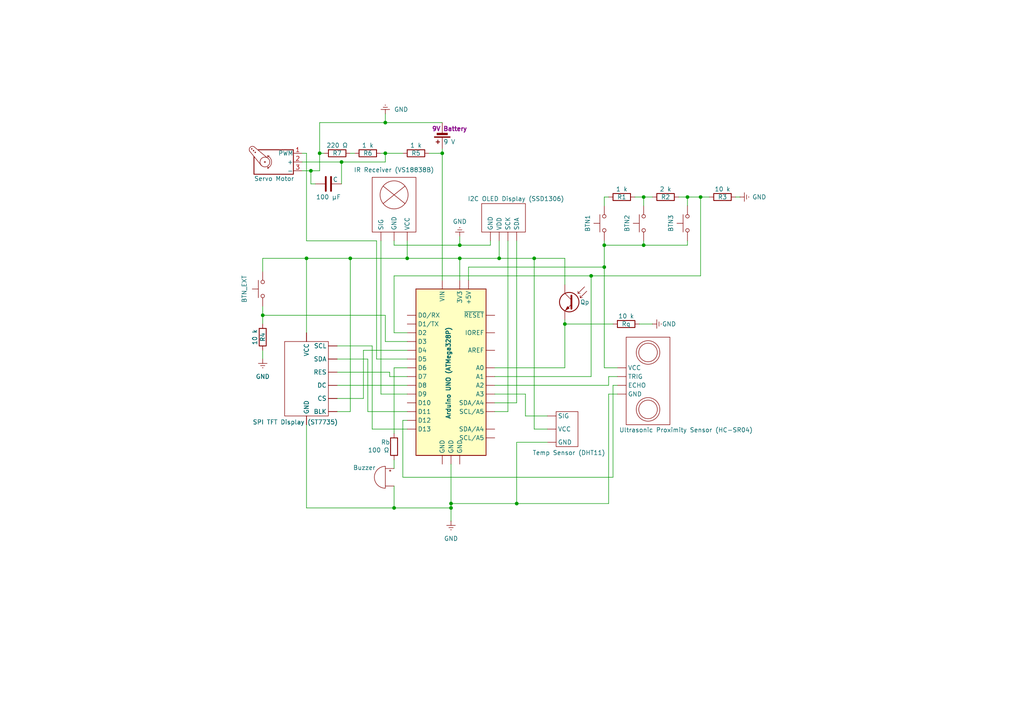
<source format=kicad_sch>
(kicad_sch (version 20231120) (generator "eeschema") (generator_version "8.0")
  (paper "A4")
  (title_block (title "Robomagotchi Electronic Circuit") (date "2025-01-07") (rev "3.1") (company "Author: Adrian-Mihael Fota") (comment 1 "University of Bucharest") (comment 2 "Faculty of Mathematics and Computer Science"))
  (lib_symbols
    (symbol "A_LAPTOP_LIB:ST7735_SPI_TFT_Display" (pin_numbers hide)
      (property "Reference" "U" (at 0 0 0))
      (symbol "ST7735_SPI_TFT_Display_0_1"
        (rectangle (start -6.35 10.16) (end 6.35 -11.43))
      )
      (symbol "ST7735_SPI_TFT_Display_1_1"
        (pin input line (at 0 -13.97 90) (length 2.54) (name "GND") (number "1"))
        (pin input line (at 0 12.7 270) (length 2.54) (name "VCC") (number "2"))
        (pin input line (at 8.89 8.89 180) (length 2.54) (name "SCL") (number "3"))
        (pin input line (at 8.89 5.08 180) (length 2.54) (name "SDA") (number "4"))
        (pin input line (at 8.89 1.27 180) (length 2.54) (name "RES") (number "5"))
        (pin input line (at 8.89 -2.54 180) (length 2.54) (name "DC") (number "6"))
        (pin input line (at 8.89 -6.35 180) (length 2.54) (name "CS") (number "7"))
        (pin input line (at 8.89 -10.16 180) (length 2.54) (name "BLK") (number "8"))
      )
    )
    (symbol "Device:Battery_Cell" (pin_numbers hide) (pin_names (offset 0) hide)
      (property "Reference" "BT" (at 2.54 2.54 0))
      (property "Value" "Battery_Cell" (at 2.54 0 0))
      (symbol "Battery_Cell_0_1"
        (rectangle (start -2.286 1.778) (end 2.286 1.524) (fill (type outline)))
        (rectangle (start -1.524 1.016) (end 1.524 0.508) (fill (type outline)))
        (polyline (pts (xy 0 0.762) (xy 0 0)))
        (polyline (pts (xy 0 1.778) (xy 0 2.54)))
        (polyline (pts (xy 0.762 3.048) (xy 1.778 3.048)) (stroke (width 0.254)))
        (polyline (pts (xy 1.27 3.556) (xy 1.27 2.54)) (stroke (width 0.254)))
      )
      (symbol "Battery_Cell_1_1"
        (pin passive line (at 0 5.08 270) (length 2.54) (name "+") (number "1"))
        (pin passive line (at 0 -2.54 90) (length 2.54) (name "-") (number "2"))
      )
    )
    (symbol "Device:Buzzer" (pin_numbers hide) (pin_names (offset 0.0254) hide)
      (property "Reference" "BZ" (at 3.81 1.27 0))
      (property "Value" "Buzzer" (at 3.81 -1.27 0))
      (symbol "Buzzer_0_1"
        (arc (start 0 -3.175) (mid 3.1612 0) (end 0 3.175))
        (polyline (pts (xy -1.651 1.905) (xy -1.143 1.905)))
        (polyline (pts (xy -1.397 2.159) (xy -1.397 1.651)))
        (polyline (pts (xy 0 3.175) (xy 0 -3.175)))
      )
      (symbol "Buzzer_1_1"
        (pin passive line (at -2.54 2.54 0) (length 2.54) (name "+") (number "1"))
        (pin passive line (at -2.54 -2.54 0) (length 2.54) (name "-") (number "2"))
      )
    )
    (symbol "Device:C" (pin_numbers hide) (pin_names (offset 0.254))
      (property "Reference" "C" (at 0.635 2.54 0))
      (property "Value" "C" (at 0.635 -2.54 0))
      (symbol "C_0_1"
        (polyline (pts (xy -2.032 -0.762) (xy 2.032 -0.762)) (stroke (width 0.508)))
        (polyline (pts (xy -2.032 0.762) (xy 2.032 0.762)) (stroke (width 0.508)))
      )
      (symbol "C_1_1"
        (pin passive line (at 0 3.81 270) (length 2.794) (name "~") (number "1"))
        (pin passive line (at 0 -3.81 90) (length 2.794) (name "~") (number "2"))
      )
    )
    (symbol "Device:R" (pin_numbers hide) (pin_names (offset 0))
      (property "Reference" "R" (at 2.032 0 90))
      (property "Value" "R" (at 0 0 90))
      (symbol "R_0_1"
        (rectangle (start -1.016 -2.54) (end 1.016 2.54) (stroke (width 0.254)))
      )
      (symbol "R_1_1"
        (pin passive line (at 0 3.81 270) (length 1.27) (name "~") (number "1"))
        (pin passive line (at 0 -3.81 90) (length 1.27) (name "~") (number "2"))
      )
    )
    (symbol "MCU_Module:Arduino_UNO_R3" (pin_numbers hide)
      (property "Reference" "A" (at -10.16 23.495 0))
      (property "Value" "Arduino_UNO_R3" (at 5.08 -26.67 0))
      (symbol "Arduino_UNO_R3_0_1"
        (rectangle (start -10.16 22.86) (end 10.16 -25.4) (stroke (width 0.254)) (fill (type background)))
      )
      (symbol "Arduino_UNO_R3_1_1"
        (pin no_connect line (at -10.16 -20.32 0) (length 2.54) hide (name "NC") (number "1"))
        (pin bidirectional line (at 12.7 -2.54 180) (length 2.54) (name "A1") (number "10"))
        (pin bidirectional line (at 12.7 -5.08 180) (length 2.54) (name "A2") (number "11"))
        (pin bidirectional line (at 12.7 -7.62 180) (length 2.54) (name "A3") (number "12"))
        (pin bidirectional line (at 12.7 -10.16 180) (length 2.54) (name "SDA/A4") (number "13"))
        (pin bidirectional line (at 12.7 -12.7 180) (length 2.54) (name "SCL/A5") (number "14"))
        (pin bidirectional line (at -12.7 15.24 0) (length 2.54) (name "D0/RX") (number "15"))
        (pin bidirectional line (at -12.7 12.7 0) (length 2.54) (name "D1/TX") (number "16"))
        (pin bidirectional line (at -12.7 10.16 0) (length 2.54) (name "D2") (number "17"))
        (pin bidirectional line (at -12.7 7.62 0) (length 2.54) (name "D3") (number "18"))
        (pin bidirectional line (at -12.7 5.08 0) (length 2.54) (name "D4") (number "19"))
        (pin output line (at 12.7 10.16 180) (length 2.54) (name "IOREF") (number "2"))
        (pin bidirectional line (at -12.7 2.54 0) (length 2.54) (name "D5") (number "20"))
        (pin bidirectional line (at -12.7 0 0) (length 2.54) (name "D6") (number "21"))
        (pin bidirectional line (at -12.7 -2.54 0) (length 2.54) (name "D7") (number "22"))
        (pin bidirectional line (at -12.7 -5.08 0) (length 2.54) (name "D8") (number "23"))
        (pin bidirectional line (at -12.7 -7.62 0) (length 2.54) (name "D9") (number "24"))
        (pin bidirectional line (at -12.7 -10.16 0) (length 2.54) (name "D10") (number "25"))
        (pin bidirectional line (at -12.7 -12.7 0) (length 2.54) (name "D11") (number "26"))
        (pin bidirectional line (at -12.7 -15.24 0) (length 2.54) (name "D12") (number "27"))
        (pin bidirectional line (at -12.7 -17.78 0) (length 2.54) (name "D13") (number "28"))
        (pin power_in line (at -2.54 -27.94 90) (length 2.54) (name "GND") (number "29"))
        (pin input line (at 12.7 15.24 180) (length 2.54) (name "~{RESET}") (number "3"))
        (pin input line (at 12.7 5.08 180) (length 2.54) (name "AREF") (number "30"))
        (pin bidirectional line (at 12.7 -17.78 180) (length 2.54) (name "SDA/A4") (number "31"))
        (pin bidirectional line (at 12.7 -20.32 180) (length 2.54) (name "SCL/A5") (number "32"))
        (pin power_out line (at 2.54 25.4 270) (length 2.54) (name "3V3") (number "4"))
        (pin power_out line (at 5.08 25.4 270) (length 2.54) (name "+5V") (number "5"))
        (pin power_in line (at 0 -27.94 90) (length 2.54) (name "GND") (number "6"))
        (pin power_in line (at 2.54 -27.94 90) (length 2.54) (name "GND") (number "7"))
        (pin power_in line (at -2.54 25.4 270) (length 2.54) (name "VIN") (number "8"))
        (pin bidirectional line (at 12.7 0 180) (length 2.54) (name "A0") (number "9"))
      )
    )
    (symbol "Motor:Motor_Servo" (pin_names (offset 0.0254))
      (property "Reference" "M" (at -5.08 4.445 0))
      (property "Value" "Motor_Servo" (at -5.08 -4.064 0))
      (symbol "Motor_Servo_0_1"
        (polyline (pts (xy 2.413 -1.778) (xy 2.032 -1.778)))
        (polyline (pts (xy 2.413 -1.778) (xy 2.286 -1.397)))
        (polyline (pts (xy 2.413 1.778) (xy 1.905 1.778)))
        (polyline (pts (xy 2.413 1.778) (xy 2.286 1.397)))
        (polyline (pts (xy 6.35 4.445) (xy 2.54 1.27)))
        (polyline (pts (xy 7.62 3.175) (xy 4.191 -1.016)))
        (polyline (pts (xy 5.08 3.556) (xy -5.08 3.556) (xy -5.08 -3.556) (xy 6.35 -3.556) (xy 6.35 1.524)) (stroke (width 0.254)))
        (arc (start 2.413 1.778) (mid 1.2406 0) (end 2.413 -1.778))
        (circle (center 3.175 0) (radius 0.1778))
        (circle (center 3.175 0) (radius 1.4224))
        (circle (center 5.969 2.794) (radius 0.127))
        (circle (center 6.477 3.302) (radius 0.127))
        (circle (center 6.985 3.81) (radius 0.127))
        (arc (start 7.62 3.175) (mid 7.4485 4.2735) (end 6.35 4.445))
      )
      (symbol "Motor_Servo_1_1"
        (pin passive line (at -7.62 2.54 0) (length 2.54) (name "PWM") (number "1"))
        (pin passive line (at -7.62 0 0) (length 2.54) (name "+") (number "2"))
        (pin passive line (at -7.62 -2.54 0) (length 2.54) (name "-") (number "3"))
      )
    )
    (symbol "My_Symbols:DISPLAY_096_GM009605_OLED"
      (property "Reference" "U" (at 0 0 0))
      (symbol "DISPLAY_096_GM009605_OLED_0_1"
        (rectangle (start -6.35 4.445) (end 6.35 -3.81))
      )
      (symbol "DISPLAY_096_GM009605_OLED_1_1"
        (pin input line (at -3.81 -6.35 90) (length 2.54) (name "GND") (number ""))
        (pin input line (at 1.27 -6.35 90) (length 2.54) (name "SCK") (number ""))
        (pin input line (at 3.81 -6.35 90) (length 2.54) (name "SDA") (number ""))
        (pin input line (at -1.27 -6.35 90) (length 2.54) (name "VDD") (number ""))
      )
    )
    (symbol "My_Symbols:HCSR04_PROXIMITY_SENSOR"
      (property "Reference" "U" (at 0 0 0))
      (symbol "HCSR04_PROXIMITY_SENSOR_0_1"
        (rectangle (start -12.7 6.35) (end 12.7 -6.35))
        (circle (center -8.255 0) (radius 2.6941))
        (circle (center -8.255 0) (radius 3.4196))
        (circle (center 8.255 0) (radius 2.6941))
        (circle (center 8.255 0) (radius 3.4196))
      )
      (symbol "HCSR04_PROXIMITY_SENSOR_1_1"
        (pin input line (at 1.27 -8.89 90) (length 2.54) (name "ECHO") (number ""))
        (pin input line (at 3.81 -8.89 90) (length 2.54) (name "GND") (number ""))
        (pin input line (at -1.27 -8.89 90) (length 2.54) (name "TRIG") (number ""))
        (pin input line (at -3.81 -8.89 90) (length 2.54) (name "VCC") (number ""))
      )
    )
    (symbol "My_Symbols:TMP36_TEMPERATURE_SENSOR"
      (property "Value" "Temp Sensor (DHT11)" (at 6.858 -13.208 90))
      (symbol "TMP36_TEMPERATURE_SENSOR_0_1"
        (rectangle (start -5.08 0) (end 5.08 -6.35))
      )
      (symbol "TMP36_TEMPERATURE_SENSOR_1_1"
        (pin input line (at 3.81 -8.89 90) (length 2.54) (name "GND") (number ""))
        (pin input line (at -3.81 -8.89 90) (length 2.54) (name "SIG") (number ""))
        (pin input line (at 0 -8.89 90) (length 2.54) (name "VCC") (number ""))
      )
    )
    (symbol "My_Symbols:VS1838B_IR_RECEIVER"
      (property "Reference" "U" (at 0 4.445 0))
      (symbol "VS1838B_IR_RECEIVER_0_1"
        (rectangle (start -6.35 9.525) (end 6.35 -6.35))
        (polyline (pts (xy -3.175 1.905) (xy 3.175 6.985)))
        (polyline (pts (xy -3.175 6.985) (xy 3.175 1.905)))
        (circle (center 0 4.445) (radius 4.066))
      )
      (symbol "VS1838B_IR_RECEIVER_1_1"
        (pin input line (at 0 -8.89 90) (length 2.54) (name "GND") (number ""))
        (pin input line (at -3.81 -8.89 90) (length 2.54) (name "SIG") (number ""))
        (pin input line (at 3.81 -8.89 90) (length 2.54) (name "VCC") (number ""))
      )
    )
    (symbol "Sensor_Optical:SFH309" (pin_numbers hide) (pin_names (offset 0) hide)
      (property "Reference" "Q" (at 5.08 1.27 0))
      (property "Value" "SFH309" (at 5.08 -1.27 0))
      (symbol "SFH309_0_1"
        (polyline (pts (xy -1.905 1.27) (xy -2.54 1.27)))
        (polyline (pts (xy -1.27 2.54) (xy -1.905 2.54)))
        (polyline (pts (xy 0.635 0.635) (xy 2.54 2.54)))
        (polyline (pts (xy -3.81 3.175) (xy -1.905 1.27) (xy -1.905 1.905)))
        (polyline (pts (xy -3.175 4.445) (xy -1.27 2.54) (xy -1.27 3.175)))
        (polyline (pts (xy 0.635 -0.635) (xy 2.54 -2.54) (xy 2.54 -2.54)))
        (polyline (pts (xy 0.635 1.905) (xy 0.635 -1.905) (xy 0.635 -1.905)) (stroke (width 0.508)))
        (polyline (pts (xy 1.27 -1.778) (xy 1.778 -1.27) (xy 2.286 -2.286) (xy 1.27 -1.778) (xy 1.27 -1.778)) (fill (type outline)))
        (circle (center 1.27 0) (radius 2.8194) (stroke (width 0.254)))
      )
      (symbol "SFH309_1_1"
        (pin passive line (at 2.54 5.08 270) (length 2.54) (name "C") (number "1"))
        (pin passive line (at 2.54 -5.08 90) (length 2.54) (name "E") (number "2"))
      )
    )
    (symbol "Switch:SW_Push" (pin_numbers hide) (pin_names (offset 1.016) hide)
      (property "Reference" "SW" (at 1.27 2.54 0))
      (property "Value" "SW_Push" (at 0 -1.524 0))
      (symbol "SW_Push_0_1"
        (circle (center -2.032 0) (radius 0.508))
        (polyline (pts (xy 0 1.27) (xy 0 3.048)))
        (polyline (pts (xy 2.54 1.27) (xy -2.54 1.27)))
        (circle (center 2.032 0) (radius 0.508))
        (pin passive line (at -5.08 0 0) (length 2.54) (name "1") (number "1"))
        (pin passive line (at 5.08 0 180) (length 2.54) (name "2") (number "2"))
      )
    )
    (symbol "power:Earth" (power) (pin_numbers hide) (pin_names (offset 0) hide)
      (property "Value" "Earth" (at 0 -3.81 0))
      (symbol "Earth_0_1"
        (polyline (pts (xy -0.635 -1.905) (xy 0.635 -1.905)))
        (polyline (pts (xy -0.127 -2.54) (xy 0.127 -2.54)))
        (polyline (pts (xy 0 -1.27) (xy 0 0)))
        (polyline (pts (xy 1.27 -1.27) (xy -1.27 -1.27)))
      )
      (symbol "Earth_1_1"
        (pin power_in line (at 0 0 270) (length 0) (name "~") (number "1"))
      )
    )
  )
  (junction (at 118.11 74.93))
  (junction (at 149.86 146.05))
  (junction (at 186.69 71.12))
  (junction (at 101.6 74.93))
  (junction (at 88.9 74.93))
  (junction (at 90.17 49.53))
  (junction (at 99.06 46.99))
  (junction (at 175.26 77.47))
  (junction (at 175.26 71.12))
  (junction (at 186.69 57.15))
  (junction (at 111.76 44.45))
  (junction (at 133.35 74.93))
  (junction (at 114.3 147.32))
  (junction (at 154.94 74.93))
  (junction (at 130.81 146.05))
  (junction (at 111.76 35.56))
  (junction (at 76.2 91.44))
  (junction (at 92.71 44.45))
  (junction (at 128.27 44.45))
  (junction (at 199.39 57.15))
  (junction (at 144.78 74.93))
  (junction (at 133.35 71.12))
  (junction (at 163.83 93.98))
  (junction (at 130.81 147.32))
  (junction (at 171.45 80.01))
  (junction (at 203.2 57.15))
  (wire (pts (xy 135.89 77.47) (xy 175.26 77.47)))
  (wire (pts (xy 97.79 111.76) (xy 118.11 111.76)))
  (wire (pts (xy 106.68 104.14) (xy 106.68 119.38)))
  (wire (pts (xy 90.17 49.53) (xy 92.71 49.53)))
  (wire (pts (xy 88.9 147.32) (xy 114.3 147.32)))
  (wire (pts (xy 176.53 109.22) (xy 176.53 111.76)))
  (wire (pts (xy 176.53 146.05) (xy 149.86 146.05)))
  (wire (pts (xy 133.35 71.12) (xy 142.24 71.12)))
  (wire (pts (xy 109.22 69.85) (xy 88.9 69.85)))
  (wire (pts (xy 175.26 59.69) (xy 175.26 57.15)))
  (wire (pts (xy 118.11 74.93) (xy 133.35 74.93)))
  (wire (pts (xy 130.81 146.05) (xy 130.81 147.32)))
  (wire (pts (xy 102.87 44.45) (xy 101.6 44.45)))
  (wire (pts (xy 116.84 138.43) (xy 116.84 121.92)))
  (wire (pts (xy 114.3 69.85) (xy 114.3 71.12)))
  (wire (pts (xy 88.9 123.19) (xy 88.9 147.32)))
  (wire (pts (xy 90.17 49.53) (xy 90.17 53.34)))
  (wire (pts (xy 105.41 101.6) (xy 118.11 101.6)))
  (wire (pts (xy 152.4 114.3) (xy 143.51 114.3)))
  (wire (pts (xy 143.51 111.76) (xy 176.53 111.76)))
  (wire (pts (xy 114.3 147.32) (xy 130.81 147.32)))
  (wire (pts (xy 130.81 134.62) (xy 130.81 146.05)))
  (wire (pts (xy 99.06 46.99) (xy 99.06 53.34)))
  (wire (pts (xy 184.15 57.15) (xy 186.69 57.15)))
  (wire (pts (xy 114.3 106.68) (xy 118.11 106.68)))
  (wire (pts (xy 111.76 35.56) (xy 128.27 35.56)))
  (wire (pts (xy 106.68 119.38) (xy 118.11 119.38)))
  (wire (pts (xy 179.07 114.3) (xy 176.53 114.3)))
  (wire (pts (xy 107.95 100.33) (xy 107.95 124.46)))
  (wire (pts (xy 171.45 109.22) (xy 171.45 80.01)))
  (wire (pts (xy 186.69 57.15) (xy 189.23 57.15)))
  (wire (pts (xy 175.26 71.12) (xy 175.26 77.47)))
  (wire (pts (xy 154.94 74.93) (xy 154.94 124.46)))
  (wire (pts (xy 116.84 138.43) (xy 177.8 138.43)))
  (wire (pts (xy 111.76 46.99) (xy 111.76 44.45)))
  (wire (pts (xy 203.2 80.01) (xy 203.2 57.15)))
  (wire (pts (xy 199.39 69.85) (xy 199.39 71.12)))
  (wire (pts (xy 87.63 46.99) (xy 99.06 46.99)))
  (wire (pts (xy 179.07 109.22) (xy 176.53 109.22)))
  (wire (pts (xy 118.11 104.14) (xy 109.22 104.14)))
  (wire (pts (xy 107.95 124.46) (xy 118.11 124.46)))
  (wire (pts (xy 110.49 44.45) (xy 111.76 44.45)))
  (wire (pts (xy 175.26 69.85) (xy 175.26 71.12)))
  (wire (pts (xy 114.3 80.01) (xy 171.45 80.01)))
  (wire (pts (xy 213.36 57.15) (xy 214.63 57.15)))
  (wire (pts (xy 135.89 77.47) (xy 135.89 81.28)))
  (wire (pts (xy 111.76 91.44) (xy 76.2 91.44)))
  (wire (pts (xy 130.81 147.32) (xy 130.81 151.13)))
  (wire (pts (xy 158.75 124.46) (xy 154.94 124.46)))
  (wire (pts (xy 163.83 93.98) (xy 177.8 93.98)))
  (wire (pts (xy 142.24 69.85) (xy 142.24 71.12)))
  (wire (pts (xy 176.53 114.3) (xy 176.53 146.05)))
  (wire (pts (xy 186.69 57.15) (xy 186.69 59.69)))
  (wire (pts (xy 92.71 35.56) (xy 92.71 44.45)))
  (wire (pts (xy 175.26 57.15) (xy 176.53 57.15)))
  (wire (pts (xy 199.39 57.15) (xy 199.39 59.69)))
  (wire (pts (xy 76.2 101.6) (xy 76.2 104.14)))
  (wire (pts (xy 88.9 44.45) (xy 87.63 44.45)))
  (wire (pts (xy 97.79 104.14) (xy 106.68 104.14)))
  (wire (pts (xy 128.27 44.45) (xy 128.27 81.28)))
  (wire (pts (xy 175.26 77.47) (xy 175.26 106.68)))
  (wire (pts (xy 144.78 69.85) (xy 144.78 74.93)))
  (wire (pts (xy 76.2 88.9) (xy 76.2 91.44)))
  (wire (pts (xy 92.71 35.56) (xy 111.76 35.56)))
  (wire (pts (xy 158.75 120.65) (xy 152.4 120.65)))
  (wire (pts (xy 116.84 121.92) (xy 118.11 121.92)))
  (wire (pts (xy 175.26 106.68) (xy 179.07 106.68)))
  (wire (pts (xy 110.49 69.85) (xy 110.49 114.3)))
  (wire (pts (xy 111.76 44.45) (xy 116.84 44.45)))
  (wire (pts (xy 163.83 93.98) (xy 163.83 92.71)))
  (wire (pts (xy 114.3 140.97) (xy 114.3 147.32)))
  (wire (pts (xy 114.3 96.52) (xy 114.3 80.01)))
  (wire (pts (xy 177.8 138.43) (xy 177.8 111.76)))
  (wire (pts (xy 101.6 74.93) (xy 118.11 74.93)))
  (wire (pts (xy 88.9 96.52) (xy 88.9 74.93)))
  (wire (pts (xy 175.26 71.12) (xy 186.69 71.12)))
  (wire (pts (xy 143.51 106.68) (xy 163.83 106.68)))
  (wire (pts (xy 199.39 57.15) (xy 203.2 57.15)))
  (wire (pts (xy 113.03 109.22) (xy 118.11 109.22)))
  (wire (pts (xy 88.9 69.85) (xy 88.9 44.45)))
  (wire (pts (xy 133.35 74.93) (xy 144.78 74.93)))
  (wire (pts (xy 114.3 133.35) (xy 114.3 135.89)))
  (wire (pts (xy 101.6 74.93) (xy 101.6 119.38)))
  (wire (pts (xy 163.83 82.55) (xy 163.83 74.93)))
  (wire (pts (xy 97.79 119.38) (xy 101.6 119.38)))
  (wire (pts (xy 111.76 99.06) (xy 111.76 91.44)))
  (wire (pts (xy 177.8 111.76) (xy 179.07 111.76)))
  (wire (pts (xy 118.11 69.85) (xy 118.11 74.93)))
  (wire (pts (xy 109.22 104.14) (xy 109.22 69.85)))
  (wire (pts (xy 152.4 120.65) (xy 152.4 114.3)))
  (wire (pts (xy 171.45 80.01) (xy 203.2 80.01)))
  (wire (pts (xy 99.06 46.99) (xy 111.76 46.99)))
  (wire (pts (xy 163.83 106.68) (xy 163.83 93.98)))
  (wire (pts (xy 143.51 109.22) (xy 171.45 109.22)))
  (wire (pts (xy 147.32 119.38) (xy 143.51 119.38)))
  (wire (pts (xy 186.69 71.12) (xy 199.39 71.12)))
  (wire (pts (xy 186.69 69.85) (xy 186.69 71.12)))
  (wire (pts (xy 196.85 57.15) (xy 199.39 57.15)))
  (wire (pts (xy 130.81 146.05) (xy 149.86 146.05)))
  (wire (pts (xy 118.11 99.06) (xy 111.76 99.06)))
  (wire (pts (xy 87.63 49.53) (xy 90.17 49.53)))
  (wire (pts (xy 133.35 71.12) (xy 133.35 68.58)))
  (wire (pts (xy 105.41 115.57) (xy 105.41 101.6)))
  (wire (pts (xy 92.71 44.45) (xy 92.71 49.53)))
  (wire (pts (xy 185.42 93.98) (xy 189.23 93.98)))
  (wire (pts (xy 92.71 44.45) (xy 93.98 44.45)))
  (wire (pts (xy 128.27 43.18) (xy 128.27 44.45)))
  (wire (pts (xy 149.86 128.27) (xy 149.86 146.05)))
  (wire (pts (xy 147.32 69.85) (xy 147.32 119.38)))
  (wire (pts (xy 124.46 44.45) (xy 128.27 44.45)))
  (wire (pts (xy 76.2 74.93) (xy 88.9 74.93)))
  (wire (pts (xy 90.17 53.34) (xy 91.44 53.34)))
  (wire (pts (xy 118.11 96.52) (xy 114.3 96.52)))
  (wire (pts (xy 76.2 91.44) (xy 76.2 93.98)))
  (wire (pts (xy 144.78 74.93) (xy 154.94 74.93)))
  (wire (pts (xy 76.2 78.74) (xy 76.2 74.93)))
  (wire (pts (xy 114.3 125.73) (xy 114.3 106.68)))
  (wire (pts (xy 113.03 107.95) (xy 113.03 109.22)))
  (wire (pts (xy 97.79 107.95) (xy 113.03 107.95)))
  (wire (pts (xy 97.79 115.57) (xy 105.41 115.57)))
  (wire (pts (xy 149.86 116.84) (xy 143.51 116.84)))
  (wire (pts (xy 88.9 74.93) (xy 101.6 74.93)))
  (wire (pts (xy 97.79 100.33) (xy 107.95 100.33)))
  (wire (pts (xy 110.49 114.3) (xy 118.11 114.3)))
  (wire (pts (xy 154.94 74.93) (xy 163.83 74.93)))
  (wire (pts (xy 158.75 128.27) (xy 149.86 128.27)))
  (wire (pts (xy 203.2 57.15) (xy 205.74 57.15)))
  (wire (pts (xy 133.35 74.93) (xy 133.35 81.28)))
  (wire (pts (xy 114.3 71.12) (xy 133.35 71.12)))
  (wire (pts (xy 149.86 69.85) (xy 149.86 116.84)))
  (wire (pts (xy 111.76 33.02) (xy 111.76 35.56)))
  (symbol (lib_id "Device:R") (at 180.34 57.15 90) (unit 1)
    (property "Reference" "R1" (at 180.34 57.15 90))
    (property "Value" "1 k" (at 180.34 54.864 90))
    (property "Description" "Resistor" (effects (hide yes)))
  )
  (symbol (lib_id "Device:C") (at 95.25 53.34 90) (unit 1)
    (property "Reference" "C" (at 97.282 52.07 90))
    (property "Value" "100 µF" (at 95.25 57.15 90))
    (property "Description" "Unpolarized capacitor" (effects (hide yes)))
  )
  (symbol (lib_id "My_Symbols:VS1838B_IR_RECEIVER") (at 114.3 60.96 0) (unit 1)
    (property "Reference" "U5" (effects (hide yes)))
    (property "Value" "IR Receiver (VS18838B)" (at 102.616 49.276 0) (effects (justify left)))
  )
  (symbol (lib_id "power:Earth") (at 76.2 104.14 0) (unit 1)
    (property "Reference" "#PWR02" (effects (hide yes)))
    (property "Value" "GND" (at 76.2 109.22 0))
    (property "Description" "Power symbol creates a global label with name \"Earth\"" (effects (hide yes)))
  )
  (symbol (lib_id "A_LAPTOP_LIB:ST7735_SPI_TFT_Display") (at 88.9 109.22 0) (unit 1)
    (property "Reference" "U1" (effects (hide yes)))
    (property "Value" "SPI TFT Display (ST7735)" (at 98.044 122.428 0) (effects (justify right)))
  )
  (symbol (lib_id "My_Symbols:DISPLAY_096_GM009605_OLED") (at 146.05 63.5 0) (unit 1)
    (property "Reference" "U2" (effects (hide yes)))
    (property "Value" "I2C OLED Display (SSD1306)" (at 135.636 57.658 0) (effects (justify left)))
  )
  (symbol (lib_id "Switch:SW_Push") (at 76.2 83.82 90) (unit 1)
    (property "Reference" "BTN_EXT" (at 70.866 83.82 0))
    (property "Value" "SW_Push" (effects (hide yes)))
    (property "Description" "Push button switch, generic, two pins" (effects (hide yes)))
  )
  (symbol (lib_id "power:Earth") (at 111.76 33.02 180) (unit 1)
    (property "Reference" "#PWR04" (effects (hide yes)))
    (property "Value" "GND" (at 114.3 31.7499 0) (effects (justify right)))
    (property "Description" "Power symbol creates a global label with name \"Earth\"" (effects (hide yes)))
  )
  (symbol (lib_id "Device:R") (at 76.2 97.79 180) (unit 1)
    (property "Reference" "R4" (at 76.2 97.79 90))
    (property "Value" "10 k" (at 73.914 97.79 90))
    (property "Description" "Resistor" (effects (hide yes)))
  )
  (symbol (lib_id "My_Symbols:HCSR04_PROXIMITY_SENSOR") (at 187.96 110.49 270) (unit 1)
    (property "Reference" "U3" (effects (hide yes)))
    (property "Value" "Ultrasonic Proximity Sensor (HC-SR04)" (at 179.578 124.714 90) (effects (justify left)))
  )
  (symbol (lib_id "Switch:SW_Push") (at 175.26 64.77 90) (unit 1)
    (property "Reference" "BTN1" (at 170.434 64.77 0))
    (property "Value" "SW_Push" (effects (hide yes)))
    (property "Description" "Push button switch, generic, two pins" (effects (hide yes)))
  )
  (symbol (lib_id "Device:Battery_Cell") (at 128.27 38.1 180) (unit 1)
    (property "Reference" "BT2" (effects (hide yes)))
    (property "Value" "9 V" (at 132.08 41.148 0) (effects (justify left)))
    (property "Description" "9V Battery" (at 135.636 37.338 0) (effects (font (thickness 0.254) (bold yes)) (justify left)))
  )
  (symbol (lib_id "Device:R") (at 120.65 44.45 90) (unit 1)
    (property "Reference" "R5" (at 120.65 44.45 90))
    (property "Value" "1 k" (at 120.65 42.164 90))
    (property "Description" "Resistor" (effects (hide yes)))
  )
  (symbol (lib_id "My_Symbols:TMP36_TEMPERATURE_SENSOR") (at 167.64 124.46 270) (unit 1)
    (property "Reference" "U4" (effects (hide yes)))
    (property "Value" "Temp Sensor (DHT11)" (at 154.432 131.318 90) (effects (justify left)))
  )
  (symbol (lib_id "Motor:Motor_Servo") (at 80.01 46.99 0) (mirror y) (unit 1)
    (property "Reference" "M1" (effects (hide yes)))
    (property "Value" "Servo Motor" (at 85.344 51.816 0) (effects (justify left)))
    (property "Datasheet" "http://forums.parallax.com/uploads/attachments/46831/74481.png" (effects (hide yes)))
    (property "Description" "Servo Motor (Futaba, HiTec, JR connector)" (effects (hide yes)))
  )
  (symbol (lib_id "power:Earth") (at 214.63 57.15 90) (unit 1)
    (property "Reference" "#PWR05" (effects (hide yes)))
    (property "Value" "GND" (at 220.218 57.15 90))
    (property "Description" "Power symbol creates a global label with name \"Earth\"" (effects (hide yes)))
  )
  (symbol (lib_id "Device:Buzzer") (at 111.76 138.43 0) (mirror y) (unit 1)
    (property "Reference" "BZ1" (effects (hide yes)))
    (property "Value" "Buzzer" (at 108.966 135.636 0) (effects (justify left)))
    (property "Description" "Buzzer, polarized" (effects (hide yes)))
  )
  (symbol (lib_id "Switch:SW_Push") (at 186.69 64.77 90) (unit 1)
    (property "Reference" "BTN2" (at 181.864 64.77 0))
    (property "Value" "SW_Push" (effects (hide yes)))
    (property "Description" "Push button switch, generic, two pins" (effects (hide yes)))
  )
  (symbol (lib_id "MCU_Module:Arduino_UNO_R3") (at 130.81 106.68 0) (unit 1)
    (property "Reference" "A2" (effects (hide yes)))
    (property "Value" "Arduino UNO (ATMega328P)" (at 130.048 121.666 90) (effects (font (thickness 0.254) (bold yes)) (justify left)))
    (property "Footprint" "Module:Arduino_UNO_R3" (effects (hide yes)))
    (property "Datasheet" "https://www.arduino.cc/en/Main/arduinoBoardUno" (effects (hide yes)))
    (property "Description" "Arduino UNO Microcontroller Module, release 3" (effects (hide yes)))
  )
  (symbol (lib_id "power:Earth") (at 133.35 68.58 180) (unit 1)
    (property "Reference" "#PWR03" (effects (hide yes)))
    (property "Value" "GND" (at 133.35 64.262 0))
    (property "Description" "Power symbol creates a global label with name \"Earth\"" (effects (hide yes)))
  )
  (symbol (lib_id "Device:R") (at 114.3 129.54 0) (unit 1)
    (property "Reference" "Rb" (at 110.49 128.27 0) (effects (justify left)))
    (property "Value" "100 Ω" (at 106.68 130.556 0) (effects (justify left)))
    (property "Description" "Resistor" (effects (hide yes)))
  )
  (symbol (lib_id "Switch:SW_Push") (at 199.39 64.77 90) (unit 1)
    (property "Reference" "BTN3" (at 194.564 64.77 0))
    (property "Value" "SW_Push" (effects (hide yes)))
    (property "Description" "Push button switch, generic, two pins" (effects (hide yes)))
  )
  (symbol (lib_id "Device:R") (at 193.04 57.15 90) (unit 1)
    (property "Reference" "R2" (at 193.04 57.15 90))
    (property "Value" "2 k" (at 193.04 54.864 90))
    (property "Description" "Resistor" (effects (hide yes)))
  )
  (symbol (lib_id "Sensor_Optical:SFH309") (at 166.37 87.63 0) (mirror y) (unit 1)
    (property "Reference" "Qp" (at 170.942 87.63 0) (effects (justify left)))
    (property "Value" "Phototransistor" (effects (hide yes)))
    (property "Footprint" "LED_THT:LED_D3.0mm_Clear" (effects (hide yes)))
    (property "Datasheet" "http://www.osram-os.com/Graphics/XPic2/00101811_0.pdf/SFH%20309,%20SFH%20309%20FA,%20Lead%20(Pb)%20Free%20Product%20-%20RoHS%20Compliant.pdf" (effects (hide yes)))
    (property "Description" "Phototransistor NPN" (effects (hide yes)))
  )
  (symbol (lib_id "power:Earth") (at 130.81 151.13 0) (unit 1)
    (property "Reference" "#PWR01" (effects (hide yes)))
    (property "Value" "GND" (at 130.81 156.21 0))
    (property "Description" "Power symbol creates a global label with name \"Earth\"" (effects (hide yes)))
  )
  (symbol (lib_id "Device:R") (at 106.68 44.45 90) (unit 1)
    (property "Reference" "R6" (at 106.68 44.45 90))
    (property "Value" "1 k" (at 106.68 42.164 90))
    (property "Description" "Resistor" (effects (hide yes)))
  )
  (symbol (lib_id "Device:R") (at 209.55 57.15 90) (unit 1)
    (property "Reference" "R3" (at 209.55 57.15 90))
    (property "Value" "10 k" (at 209.55 54.864 90))
    (property "Description" "Resistor" (effects (hide yes)))
  )
  (symbol (lib_id "Device:R") (at 97.79 44.45 90) (unit 1)
    (property "Reference" "R7" (at 97.79 44.45 90))
    (property "Value" "220 Ω" (at 97.79 42.164 90))
    (property "Description" "Resistor" (effects (hide yes)))
  )
  (symbol (lib_id "Device:R") (at 181.61 93.98 90) (unit 1)
    (property "Reference" "Rq" (at 181.61 93.98 90))
    (property "Value" "10 k" (at 181.61 91.694 90))
    (property "Description" "Resistor" (effects (hide yes)))
  )
  (symbol (lib_id "power:Earth") (at 189.23 93.98 90) (unit 1)
    (property "Reference" "#PWR06" (effects (hide yes)))
    (property "Value" "GND" (at 194.056 93.98 90))
    (property "Description" "Power symbol creates a global label with name \"Earth\"" (effects (hide yes)))
  )
)
</source>
